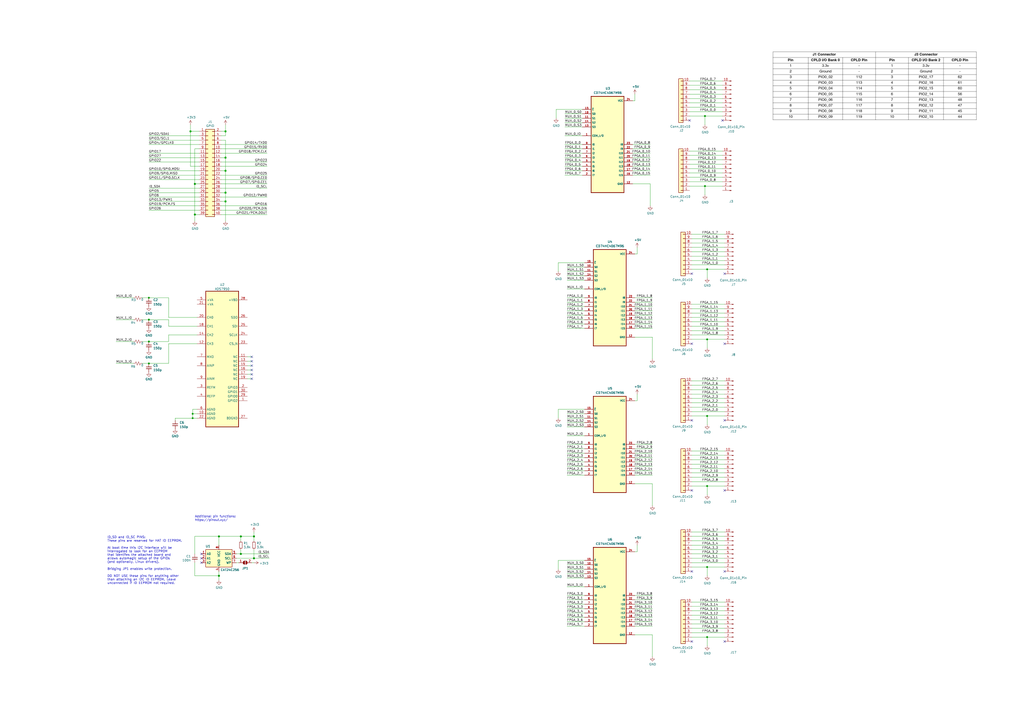
<source format=kicad_sch>
(kicad_sch (version 20231120) (generator "eeschema") (generator_version "8.0")
  (paper "A2")
  (title_block (date "15 nov 2012"))
  (junction (at 410.21 241.3))
  (junction (at 111.76 240.03))
  (junction (at 139.7 321.31) (diameter 1.016))
  (junction (at 410.21 328.93))
  (junction (at 130.81 76.2) (diameter 1.016))
  (junction (at 127 334.01) (diameter 1.016))
  (junction (at 86.36 185.42))
  (junction (at 130.81 91.44) (diameter 1.016))
  (junction (at 127 311.15) (diameter 1.016))
  (junction (at 86.36 172.72))
  (junction (at 147.32 311.15) (diameter 1.016))
  (junction (at 410.21 369.57))
  (junction (at 408.94 67.31))
  (junction (at 113.03 124.46) (diameter 1.016))
  (junction (at 113.03 106.68) (diameter 1.016))
  (junction (at 408.94 107.95))
  (junction (at 130.81 116.84) (diameter 1.016))
  (junction (at 111.76 242.57))
  (junction (at 130.81 111.76) (diameter 1.016))
  (junction (at 86.36 198.12))
  (junction (at 410.21 281.94))
  (junction (at 130.81 99.06) (diameter 1.016))
  (junction (at 147.32 323.85) (diameter 1.016))
  (junction (at 410.21 156.21))
  (junction (at 86.36 210.82))
  (junction (at 410.21 196.85))
  (junction (at 110.49 76.2) (diameter 1.016))
  (junction (at 139.7 311.15) (diameter 1.016))
  (no_connect (at 116.84 321.31))
  (no_connect (at 116.84 323.85))
  (no_connect (at 116.84 326.39))
  (no_connect (at 146.05 217.17))
  (no_connect (at 146.05 214.63))
  (no_connect (at 401.32 199.39))
  (no_connect (at 420.37 158.75))
  (no_connect (at 420.37 331.47))
  (no_connect (at 401.32 284.48))
  (no_connect (at 400.05 69.85))
  (no_connect (at 401.32 243.84))
  (no_connect (at 420.37 199.39))
  (no_connect (at 146.05 219.71))
  (no_connect (at 146.05 207.01))
  (no_connect (at 146.05 209.55))
  (no_connect (at 146.05 212.09))
  (no_connect (at 401.32 158.75))
  (no_connect (at 420.37 284.48))
  (no_connect (at 401.32 372.11))
  (no_connect (at 419.1 69.85))
  (no_connect (at 420.37 243.84))
  (no_connect (at 420.37 372.11))
  (no_connect (at 401.32 331.47))
  (wire (pts (xy 420.37 356.87) (xy 401.32 356.87)))
  (wire (pts (xy 113.03 106.68) (xy 113.03 124.46)))
  (wire (pts (xy 128.27 106.68) (xy 154.94 106.68)))
  (wire (pts (xy 328.93 353.06) (xy 339.09 353.06)))
  (wire (pts (xy 328.93 345.44) (xy 339.09 345.44)))
  (wire (pts (xy 115.57 88.9) (xy 86.36 88.9)))
  (wire (pts (xy 127 311.15) (xy 139.7 311.15)))
  (wire (pts (xy 147.32 311.15) (xy 139.7 311.15)))
  (wire (pts (xy 147.32 313.69) (xy 147.32 311.15)))
  (wire (pts (xy 377.19 99.06) (xy 367.03 99.06)))
  (wire (pts (xy 400.05 67.31) (xy 408.94 67.31)))
  (wire (pts (xy 401.32 156.21) (xy 410.21 156.21)))
  (wire (pts (xy 114.3 240.03) (xy 111.76 240.03)))
  (wire (pts (xy 419.1 92.71) (xy 400.05 92.71)))
  (wire (pts (xy 130.81 81.28) (xy 130.81 91.44)))
  (wire (pts (xy 130.81 99.06) (xy 128.27 99.06)))
  (wire (pts (xy 420.37 276.86) (xy 401.32 276.86)))
  (wire (pts (xy 420.37 176.53) (xy 401.32 176.53)))
  (wire (pts (xy 86.36 185.42) (xy 97.79 185.42)))
  (wire (pts (xy 378.46 262.89) (xy 368.3 262.89)))
  (wire (pts (xy 97.79 172.72) (xy 97.79 184.15)))
  (wire (pts (xy 328.93 330.2) (xy 339.09 330.2)))
  (wire (pts (xy 328.93 335.28) (xy 339.09 335.28)))
  (wire (pts (xy 67.31 172.72) (xy 77.47 172.72)))
  (wire (pts (xy 97.79 194.31) (xy 114.3 194.31)))
  (wire (pts (xy 130.81 111.76) (xy 130.81 116.84)))
  (wire (pts (xy 378.46 353.06) (xy 368.3 353.06)))
  (wire (pts (xy 323.85 330.2) (xy 323.85 325.12)))
  (wire (pts (xy 419.1 97.79) (xy 400.05 97.79)))
  (wire (pts (xy 67.31 185.42) (xy 77.47 185.42)))
  (wire (pts (xy 420.37 223.52) (xy 401.32 223.52)))
  (wire (pts (xy 146.05 217.17) (xy 143.51 217.17)))
  (wire (pts (xy 82.55 185.42) (xy 86.36 185.42)))
  (wire (pts (xy 327.66 96.52) (xy 337.82 96.52)))
  (wire (pts (xy 328.93 162.56) (xy 339.09 162.56)))
  (wire (pts (xy 420.37 367.03) (xy 401.32 367.03)))
  (wire (pts (xy 130.81 99.06) (xy 130.81 111.76)))
  (wire (pts (xy 378.46 350.52) (xy 368.3 350.52)))
  (wire (pts (xy 419.1 59.69) (xy 400.05 59.69)))
  (wire (pts (xy 378.46 368.3) (xy 368.3 368.3)))
  (wire (pts (xy 128.27 83.82) (xy 154.94 83.82)))
  (wire (pts (xy 420.37 153.67) (xy 401.32 153.67)))
  (wire (pts (xy 420.37 226.06) (xy 401.32 226.06)))
  (wire (pts (xy 113.03 86.36) (xy 113.03 106.68)))
  (wire (pts (xy 408.94 67.31) (xy 419.1 67.31)))
  (wire (pts (xy 137.16 321.31) (xy 139.7 321.31)))
  (wire (pts (xy 139.7 321.31) (xy 156.21 321.31)))
  (wire (pts (xy 420.37 316.23) (xy 401.32 316.23)))
  (wire (pts (xy 378.46 257.81) (xy 368.3 257.81)))
  (wire (pts (xy 328.93 363.22) (xy 339.09 363.22)))
  (wire (pts (xy 323.85 157.48) (xy 323.85 152.4)))
  (wire (pts (xy 113.03 86.36) (xy 115.57 86.36)))
  (wire (pts (xy 137.16 326.39) (xy 138.43 326.39)))
  (wire (pts (xy 146.05 326.39) (xy 147.32 326.39)))
  (wire (pts (xy 114.3 237.49) (xy 111.76 237.49)))
  (wire (pts (xy 128.27 104.14) (xy 154.94 104.14)))
  (wire (pts (xy 377.19 101.6) (xy 367.03 101.6)))
  (wire (pts (xy 146.05 209.55) (xy 143.51 209.55)))
  (wire (pts (xy 115.57 109.22) (xy 86.36 109.22)))
  (wire (pts (xy 328.93 350.52) (xy 339.09 350.52)))
  (wire (pts (xy 328.93 177.8) (xy 339.09 177.8)))
  (wire (pts (xy 327.66 73.66) (xy 337.82 73.66)))
  (wire (pts (xy 86.36 111.76) (xy 115.57 111.76)))
  (wire (pts (xy 420.37 311.15) (xy 401.32 311.15)))
  (wire (pts (xy 378.46 187.96) (xy 368.3 187.96)))
  (wire (pts (xy 401.32 196.85) (xy 410.21 196.85)))
  (wire (pts (xy 328.93 172.72) (xy 339.09 172.72)))
  (wire (pts (xy 327.66 68.58) (xy 337.82 68.58)))
  (wire (pts (xy 328.93 190.5) (xy 339.09 190.5)))
  (wire (pts (xy 408.94 113.03) (xy 408.94 107.95)))
  (wire (pts (xy 328.93 245.11) (xy 339.09 245.11)))
  (wire (pts (xy 328.93 340.36) (xy 339.09 340.36)))
  (wire (pts (xy 378.46 260.35) (xy 368.3 260.35)))
  (wire (pts (xy 377.19 93.98) (xy 367.03 93.98)))
  (wire (pts (xy 410.21 196.85) (xy 420.37 196.85)))
  (wire (pts (xy 420.37 184.15) (xy 401.32 184.15)))
  (wire (pts (xy 113.03 106.68) (xy 115.57 106.68)))
  (wire (pts (xy 147.32 308.61) (xy 147.32 311.15)))
  (wire (pts (xy 378.46 347.98) (xy 368.3 347.98)))
  (wire (pts (xy 111.76 237.49) (xy 111.76 240.03)))
  (wire (pts (xy 327.66 83.82) (xy 337.82 83.82)))
  (wire (pts (xy 420.37 308.61) (xy 401.32 308.61)))
  (wire (pts (xy 377.19 96.52) (xy 367.03 96.52)))
  (wire (pts (xy 419.1 62.23) (xy 400.05 62.23)))
  (wire (pts (xy 328.93 265.43) (xy 339.09 265.43)))
  (wire (pts (xy 328.93 252.73) (xy 339.09 252.73)))
  (wire (pts (xy 128.27 93.98) (xy 154.94 93.98)))
  (wire (pts (xy 127 311.15) (xy 127 316.23)))
  (wire (pts (xy 111.76 240.03) (xy 111.76 242.57)))
  (wire (pts (xy 377.19 106.68) (xy 367.03 106.68)))
  (wire (pts (xy 420.37 351.79) (xy 401.32 351.79)))
  (wire (pts (xy 327.66 93.98) (xy 337.82 93.98)))
  (wire (pts (xy 97.79 189.23) (xy 114.3 189.23)))
  (wire (pts (xy 378.46 267.97) (xy 368.3 267.97)))
  (wire (pts (xy 327.66 86.36) (xy 337.82 86.36)))
  (wire (pts (xy 101.6 243.84) (xy 101.6 242.57)))
  (wire (pts (xy 128.27 124.46) (xy 154.94 124.46)))
  (wire (pts (xy 113.03 124.46) (xy 113.03 128.27)))
  (wire (pts (xy 400.05 107.95) (xy 408.94 107.95)))
  (wire (pts (xy 86.36 91.44) (xy 115.57 91.44)))
  (wire (pts (xy 147.32 318.77) (xy 147.32 323.85)))
  (wire (pts (xy 420.37 233.68) (xy 401.32 233.68)))
  (wire (pts (xy 110.49 72.39) (xy 110.49 76.2)))
  (wire (pts (xy 420.37 181.61) (xy 401.32 181.61)))
  (wire (pts (xy 328.93 360.68) (xy 339.09 360.68)))
  (wire (pts (xy 328.93 257.81) (xy 339.09 257.81)))
  (wire (pts (xy 97.79 198.12) (xy 97.79 194.31)))
  (wire (pts (xy 378.46 265.43) (xy 368.3 265.43)))
  (wire (pts (xy 410.21 201.93) (xy 410.21 196.85)))
  (wire (pts (xy 420.37 236.22) (xy 401.32 236.22)))
  (wire (pts (xy 328.93 270.51) (xy 339.09 270.51)))
  (wire (pts (xy 328.93 275.59) (xy 339.09 275.59)))
  (wire (pts (xy 328.93 247.65) (xy 339.09 247.65)))
  (wire (pts (xy 420.37 143.51) (xy 401.32 143.51)))
  (wire (pts (xy 130.81 116.84) (xy 128.27 116.84)))
  (wire (pts (xy 420.37 271.78) (xy 401.32 271.78)))
  (wire (pts (xy 378.46 185.42) (xy 368.3 185.42)))
  (wire (pts (xy 419.1 49.53) (xy 400.05 49.53)))
  (wire (pts (xy 420.37 191.77) (xy 401.32 191.77)))
  (wire (pts (xy 322.58 63.5) (xy 337.82 63.5)))
  (wire (pts (xy 419.1 87.63) (xy 400.05 87.63)))
  (wire (pts (xy 86.36 81.28) (xy 115.57 81.28)))
  (wire (pts (xy 419.1 105.41) (xy 400.05 105.41)))
  (wire (pts (xy 410.21 287.02) (xy 410.21 281.94)))
  (wire (pts (xy 419.1 64.77) (xy 400.05 64.77)))
  (wire (pts (xy 328.93 327.66) (xy 339.09 327.66)))
  (wire (pts (xy 410.21 374.65) (xy 410.21 369.57)))
  (wire (pts (xy 328.93 160.02) (xy 339.09 160.02)))
  (wire (pts (xy 328.93 157.48) (xy 339.09 157.48)))
  (wire (pts (xy 410.21 369.57) (xy 420.37 369.57)))
  (wire (pts (xy 369.57 228.6) (xy 369.57 232.41)))
  (wire (pts (xy 420.37 326.39) (xy 401.32 326.39)))
  (wire (pts (xy 420.37 274.32) (xy 401.32 274.32)))
  (wire (pts (xy 86.36 104.14) (xy 115.57 104.14)))
  (wire (pts (xy 323.85 152.4) (xy 339.09 152.4)))
  (wire (pts (xy 420.37 266.7) (xy 401.32 266.7)))
  (wire (pts (xy 86.36 172.72) (xy 97.79 172.72)))
  (wire (pts (xy 328.93 267.97) (xy 339.09 267.97)))
  (wire (pts (xy 110.49 96.52) (xy 115.57 96.52)))
  (wire (pts (xy 378.46 182.88) (xy 368.3 182.88)))
  (wire (pts (xy 115.57 78.74) (xy 86.36 78.74)))
  (wire (pts (xy 86.36 210.82) (xy 97.79 210.82)))
  (wire (pts (xy 130.81 76.2) (xy 130.81 78.74)))
  (wire (pts (xy 327.66 101.6) (xy 337.82 101.6)))
  (wire (pts (xy 146.05 212.09) (xy 143.51 212.09)))
  (wire (pts (xy 420.37 151.13) (xy 401.32 151.13)))
  (wire (pts (xy 378.46 345.44) (xy 368.3 345.44)))
  (wire (pts (xy 378.46 275.59) (xy 368.3 275.59)))
  (wire (pts (xy 101.6 242.57) (xy 111.76 242.57)))
  (wire (pts (xy 419.1 100.33) (xy 400.05 100.33)))
  (wire (pts (xy 130.81 91.44) (xy 130.81 99.06)))
  (wire (pts (xy 128.27 88.9) (xy 154.94 88.9)))
  (wire (pts (xy 420.37 279.4) (xy 401.32 279.4)))
  (wire (pts (xy 130.81 91.44) (xy 128.27 91.44)))
  (wire (pts (xy 420.37 135.89) (xy 401.32 135.89)))
  (wire (pts (xy 420.37 359.41) (xy 401.32 359.41)))
  (wire (pts (xy 82.55 210.82) (xy 86.36 210.82)))
  (wire (pts (xy 377.19 106.68) (xy 377.19 119.38)))
  (wire (pts (xy 130.81 72.39) (xy 130.81 76.2)))
  (wire (pts (xy 419.1 52.07) (xy 400.05 52.07)))
  (wire (pts (xy 328.93 154.94) (xy 339.09 154.94)))
  (wire (pts (xy 67.31 198.12) (xy 77.47 198.12)))
  (wire (pts (xy 378.46 280.67) (xy 378.46 293.37)))
  (wire (pts (xy 369.57 316.23) (xy 369.57 320.04)))
  (wire (pts (xy 86.36 83.82) (xy 115.57 83.82)))
  (wire (pts (xy 420.37 261.62) (xy 401.32 261.62)))
  (wire (pts (xy 139.7 311.15) (xy 139.7 313.69)))
  (wire (pts (xy 419.1 57.15) (xy 400.05 57.15)))
  (wire (pts (xy 328.93 347.98) (xy 339.09 347.98)))
  (wire (pts (xy 328.93 182.88) (xy 339.09 182.88)))
  (wire (pts (xy 130.81 76.2) (xy 128.27 76.2)))
  (wire (pts (xy 110.49 76.2) (xy 110.49 96.52)))
  (wire (pts (xy 128.27 96.52) (xy 154.94 96.52)))
  (wire (pts (xy 369.57 232.41) (xy 368.3 232.41)))
  (wire (pts (xy 328.93 358.14) (xy 339.09 358.14)))
  (wire (pts (xy 128.27 86.36) (xy 154.94 86.36)))
  (wire (pts (xy 419.1 95.25) (xy 400.05 95.25)))
  (wire (pts (xy 82.55 198.12) (xy 86.36 198.12)))
  (wire (pts (xy 420.37 364.49) (xy 401.32 364.49)))
  (wire (pts (xy 420.37 321.31) (xy 401.32 321.31)))
  (wire (pts (xy 368.3 58.42) (xy 367.03 58.42)))
  (wire (pts (xy 139.7 318.77) (xy 139.7 321.31)))
  (wire (pts (xy 378.46 368.3) (xy 378.46 381)))
  (wire (pts (xy 369.57 147.32) (xy 368.3 147.32)))
  (wire (pts (xy 378.46 273.05) (xy 368.3 273.05)))
  (wire (pts (xy 137.16 323.85) (xy 147.32 323.85)))
  (wire (pts (xy 147.32 323.85) (xy 156.21 323.85)))
  (wire (pts (xy 146.05 214.63) (xy 143.51 214.63)))
  (wire (pts (xy 368.3 54.61) (xy 368.3 58.42)))
  (wire (pts (xy 410.21 334.01) (xy 410.21 328.93)))
  (wire (pts (xy 86.36 93.98) (xy 115.57 93.98)))
  (wire (pts (xy 420.37 228.6) (xy 401.32 228.6)))
  (wire (pts (xy 86.36 101.6) (xy 115.57 101.6)))
  (wire (pts (xy 419.1 102.87) (xy 400.05 102.87)))
  (wire (pts (xy 378.46 195.58) (xy 368.3 195.58)))
  (wire (pts (xy 328.93 240.03) (xy 339.09 240.03)))
  (wire (pts (xy 401.32 328.93) (xy 410.21 328.93)))
  (wire (pts (xy 328.93 332.74) (xy 339.09 332.74)))
  (wire (pts (xy 410.21 246.38) (xy 410.21 241.3)))
  (wire (pts (xy 408.94 72.39) (xy 408.94 67.31)))
  (wire (pts (xy 378.46 360.68) (xy 368.3 360.68)))
  (wire (pts (xy 327.66 78.74) (xy 337.82 78.74)))
  (wire (pts (xy 369.57 320.04) (xy 368.3 320.04)))
  (wire (pts (xy 378.46 280.67) (xy 368.3 280.67)))
  (wire (pts (xy 328.93 180.34) (xy 339.09 180.34)))
  (wire (pts (xy 86.36 198.12) (xy 97.79 198.12)))
  (wire (pts (xy 323.85 242.57) (xy 323.85 237.49)))
  (wire (pts (xy 419.1 90.17) (xy 400.05 90.17)))
  (wire (pts (xy 328.93 167.64) (xy 339.09 167.64)))
  (wire (pts (xy 378.46 363.22) (xy 368.3 363.22)))
  (wire (pts (xy 378.46 270.51) (xy 368.3 270.51)))
  (wire (pts (xy 410.21 241.3) (xy 420.37 241.3)))
  (wire (pts (xy 86.36 114.3) (xy 115.57 114.3)))
  (wire (pts (xy 328.93 273.05) (xy 339.09 273.05)))
  (wire (pts (xy 130.81 78.74) (xy 128.27 78.74)))
  (wire (pts (xy 377.19 83.82) (xy 367.03 83.82)))
  (wire (pts (xy 111.76 242.57) (xy 114.3 242.57)))
  (wire (pts (xy 420.37 231.14) (xy 401.32 231.14)))
  (wire (pts (xy 378.46 358.14) (xy 368.3 358.14)))
  (wire (pts (xy 410.21 281.94) (xy 420.37 281.94)))
  (wire (pts (xy 86.36 119.38) (xy 115.57 119.38)))
  (wire (pts (xy 401.32 281.94) (xy 410.21 281.94)))
  (wire (pts (xy 378.46 175.26) (xy 368.3 175.26)))
  (wire (pts (xy 420.37 189.23) (xy 401.32 189.23)))
  (wire (pts (xy 128.27 119.38) (xy 154.94 119.38)))
  (wire (pts (xy 410.21 161.29) (xy 410.21 156.21)))
  (wire (pts (xy 377.19 88.9) (xy 367.03 88.9)))
  (wire (pts (xy 419.1 46.99) (xy 400.05 46.99)))
  (wire (pts (xy 420.37 138.43) (xy 401.32 138.43)))
  (wire (pts (xy 128.27 114.3) (xy 154.94 114.3)))
  (wire (pts (xy 327.66 66.04) (xy 337.82 66.04)))
  (wire (pts (xy 113.03 124.46) (xy 115.57 124.46)))
  (wire (pts (xy 328.93 355.6) (xy 339.09 355.6)))
  (wire (pts (xy 369.57 143.51) (xy 369.57 147.32)))
  (wire (pts (xy 420.37 148.59) (xy 401.32 148.59)))
  (wire (pts (xy 327.66 99.06) (xy 337.82 99.06)))
  (wire (pts (xy 410.21 328.93) (xy 420.37 328.93)))
  (wire (pts (xy 128.27 121.92) (xy 154.94 121.92)))
  (wire (pts (xy 130.81 81.28) (xy 128.27 81.28)))
  (wire (pts (xy 86.36 121.92) (xy 115.57 121.92)))
  (wire (pts (xy 420.37 269.24) (xy 401.32 269.24)))
  (wire (pts (xy 420.37 349.25) (xy 401.32 349.25)))
  (wire (pts (xy 377.19 86.36) (xy 367.03 86.36)))
  (wire (pts (xy 328.93 262.89) (xy 339.09 262.89)))
  (wire (pts (xy 420.37 186.69) (xy 401.32 186.69)))
  (wire (pts (xy 410.21 156.21) (xy 420.37 156.21)))
  (wire (pts (xy 378.46 177.8) (xy 368.3 177.8)))
  (wire (pts (xy 97.79 199.39) (xy 114.3 199.39)))
  (wire (pts (xy 378.46 195.58) (xy 378.46 208.28)))
  (wire (pts (xy 420.37 361.95) (xy 401.32 361.95)))
  (wire (pts (xy 97.79 210.82) (xy 97.79 199.39)))
  (wire (pts (xy 328.93 175.26) (xy 339.09 175.26)))
  (wire (pts (xy 420.37 179.07) (xy 401.32 179.07)))
  (wire (pts (xy 113.03 311.15) (xy 113.03 321.31)))
  (wire (pts (xy 113.03 326.39) (xy 113.03 334.01)))
  (wire (pts (xy 113.03 334.01) (xy 127 334.01)))
  (wire (pts (xy 127 311.15) (xy 113.03 311.15)))
  (wire (pts (xy 377.19 91.44) (xy 367.03 91.44)))
  (wire (pts (xy 420.37 313.69) (xy 401.32 313.69)))
  (wire (pts (xy 127 331.47) (xy 127 334.01)))
  (wire (pts (xy 127 334.01) (xy 127 336.55)))
  (wire (pts (xy 420.37 220.98) (xy 401.32 220.98)))
  (wire (pts (xy 420.37 146.05) (xy 401.32 146.05)))
  (wire (pts (xy 401.32 241.3) (xy 410.21 241.3)))
  (wire (pts (xy 82.55 172.72) (xy 86.36 172.72)))
  (wire (pts (xy 378.46 180.34) (xy 368.3 180.34)))
  (wire (pts (xy 97.79 185.42) (xy 97.79 189.23)))
  (wire (pts (xy 130.81 116.84) (xy 130.81 128.27)))
  (wire (pts (xy 323.85 325.12) (xy 339.09 325.12)))
  (wire (pts (xy 128.27 101.6) (xy 154.94 101.6)))
  (wire (pts (xy 115.57 116.84) (xy 86.36 116.84)))
  (wire (pts (xy 420.37 264.16) (xy 401.32 264.16)))
  (wire (pts (xy 328.93 185.42) (xy 339.09 185.42)))
  (wire (pts (xy 67.31 210.82) (xy 77.47 210.82)))
  (wire (pts (xy 322.58 68.58) (xy 322.58 63.5)))
  (wire (pts (xy 420.37 194.31) (xy 401.32 194.31)))
  (wire (pts (xy 401.32 369.57) (xy 410.21 369.57)))
  (wire (pts (xy 146.05 207.01) (xy 143.51 207.01)))
  (wire (pts (xy 327.66 88.9) (xy 337.82 88.9)))
  (wire (pts (xy 378.46 355.6) (xy 368.3 355.6)))
  (wire (pts (xy 328.93 242.57) (xy 339.09 242.57)))
  (wire (pts (xy 328.93 260.35) (xy 339.09 260.35)))
  (wire (pts (xy 130.81 111.76) (xy 128.27 111.76)))
  (wire (pts (xy 327.66 91.44) (xy 337.82 91.44)))
  (wire (pts (xy 327.66 71.12) (xy 337.82 71.12)))
  (wire (pts (xy 110.49 76.2) (xy 115.57 76.2)))
  (wire (pts (xy 420.37 238.76) (xy 401.32 238.76)))
  (wire (pts (xy 408.94 107.95) (xy 419.1 107.95)))
  (wire (pts (xy 419.1 54.61) (xy 400.05 54.61)))
  (wire (pts (xy 420.37 323.85) (xy 401.32 323.85)))
  (wire (pts (xy 323.85 237.49) (xy 339.09 237.49)))
  (wire (pts (xy 378.46 172.72) (xy 368.3 172.72)))
  (wire (pts (xy 328.93 187.96) (xy 339.09 187.96)))
  (wire (pts (xy 420.37 140.97) (xy 401.32 140.97)))
  (wire (pts (xy 420.37 318.77) (xy 401.32 318.77)))
  (wire (pts (xy 378.46 190.5) (xy 368.3 190.5)))
  (wire (pts (xy 97.79 184.15) (xy 114.3 184.15)))
  (wire (pts (xy 420.37 354.33) (xy 401.32 354.33)))
  (wire (pts (xy 115.57 99.06) (xy 86.36 99.06)))
  (wire (pts (xy 128.27 109.22) (xy 154.94 109.22)))
  (wire (pts (xy 146.05 219.71) (xy 143.51 219.71)))
  (image (at 508 50.165) (scale 0.465576))
  (text "Additional pin functions:\nhttps://pinout.xyz/" (at 113.03 302.514 0) (effects (font (size 1.27 1.27)) (justify left bottom)))
  (text "ID_SD and ID_SC PINS:\nThese pins are reserved for HAT ID EEPROM.\n\nAt boot time this I2C interface will be\ninterrogated to look for an EEPROM\nthat identifes the attached board and\nallows automagic setup of the GPIOs\n(and optionally, Linux drivers).\n\nBridging JP1 enables write protection.\n\nDO NOT USE these pins for anything other\nthan attaching an I2C ID EEPROM. Leave\nunconnected if ID EEPROM not required." (at 62.23 339.09 0) (effects (font (size 1.27 1.27)) (justify left bottom)))
  (label "FPGA_1_15" (at 416.56 176.53 180))
  (label "FPGA_3_12" (at 416.56 356.87 180))
  (label "FPGA_2_1" (at 328.93 260.35 0))
  (label "FPGA_1_11" (at 416.56 186.69 180))
  (label "MUX_3_S0" (at 328.93 327.66 0))
  (label "FPGA_3_13" (at 378.46 358.14 180))
  (label "ID_SDA" (at 86.36 109.22 0))
  (label "GPIO6" (at 86.36 114.3 0))
  (label "FPGA_1_2" (at 328.93 177.8 0))
  (label "FPGA_0_4" (at 415.29 54.61 180))
  (label "FPGA_2_9" (at 416.56 276.86 180))
  (label "FPGA_1_14" (at 416.56 179.07 180))
  (label "FPGA_0_5" (at 415.29 52.07 180))
  (label "FPGA_3_6" (at 328.93 360.68 0))
  (label "ID_SDA" (at 156.21 321.31 180))
  (label "FPGA_1_7" (at 416.56 135.89 180))
  (label "FPGA_2_14" (at 378.46 273.05 180))
  (label "FPGA_1_8" (at 416.56 194.31 180))
  (label "FPGA_3_7" (at 416.56 308.61 180))
  (label "FPGA_2_8" (at 416.56 279.4 180))
  (label "FPGA_2_6" (at 416.56 223.52 180))
  (label "FPGA_2_9" (at 378.46 260.35 180))
  (label "FPGA_2_0" (at 416.56 238.76 180))
  (label "FPGA_3_9" (at 416.56 364.49 180))
  (label "ID_SCL" (at 154.94 109.22 180))
  (label "FPGA_1_4" (at 328.93 182.88 0))
  (label "GPIO5" (at 86.36 111.76 0))
  (label "FPGA_2_7" (at 416.56 220.98 180))
  (label "FPGA_0_11" (at 415.29 97.79 180))
  (label "FPGA_3_6" (at 416.56 311.15 180))
  (label "FPGA_1_14" (at 378.46 187.96 180))
  (label "MUX_0_IO" (at 67.31 172.72 0))
  (label "MUX_2_S3" (at 328.93 247.65 0))
  (label "GPIO21{slash}PCM.DOUT" (at 154.94 124.46 180))
  (label "GPIO19{slash}PCM.FS" (at 86.36 119.38 0))
  (label "GPIO10{slash}SPI0.MOSI" (at 86.36 99.06 0))
  (label "FPGA_2_13" (at 378.46 270.51 180))
  (label "GPIO9{slash}SPI0.MISO" (at 86.36 101.6 0))
  (label "FPGA_1_3" (at 416.56 146.05 180))
  (label "FPGA_2_3" (at 416.56 231.14 180))
  (label "FPGA_2_7" (at 328.93 275.59 0))
  (label "FPGA_1_5" (at 328.93 185.42 0))
  (label "FPGA_3_14" (at 416.56 351.79 180))
  (label "MUX_1_S0" (at 328.93 154.94 0))
  (label "MUX_0_S2" (at 327.66 71.12 0))
  (label "GPIO23" (at 154.94 93.98 180))
  (label "FPGA_1_0" (at 328.93 172.72 0))
  (label "MUX_1_S2" (at 328.93 160.02 0))
  (label "MUX_0_S0" (at 327.66 66.04 0))
  (label "FPGA_2_15" (at 416.56 261.62 180))
  (label "FPGA_1_1" (at 328.93 175.26 0))
  (label "FPGA_1_12" (at 378.46 182.88 180))
  (label "MUX_2_IO" (at 67.31 198.12 0))
  (label "FPGA_1_6" (at 416.56 138.43 180))
  (label "FPGA_1_3" (at 328.93 180.34 0))
  (label "GPIO4{slash}GPCLK0" (at 86.36 83.82 0))
  (label "FPGA_1_9" (at 378.46 175.26 180))
  (label "FPGA_2_8" (at 378.46 257.81 180))
  (label "GPIO27" (at 86.36 91.44 0))
  (label "MUX_1_IO" (at 67.31 185.42 0))
  (label "MUX_2_S2" (at 328.93 245.11 0))
  (label "FPGA_0_3" (at 327.66 91.44 0))
  (label "FPGA_0_1" (at 415.29 62.23 180))
  (label "FPGA_1_12" (at 416.56 184.15 180))
  (label "FPGA_1_8" (at 378.46 172.72 180))
  (label "GPIO26" (at 86.36 121.92 0))
  (label "FPGA_0_15" (at 415.29 87.63 180))
  (label "GPIO14{slash}TXD0" (at 154.94 83.82 180))
  (label "FPGA_2_5" (at 328.93 270.51 0))
  (label "FPGA_2_12" (at 378.46 267.97 180))
  (label "GPIO8{slash}SPI0.CE0" (at 154.94 104.14 180))
  (label "GPIO15{slash}RXD0" (at 154.94 86.36 180))
  (label "FPGA_2_2" (at 328.93 262.89 0))
  (label "FPGA_2_6" (at 328.93 273.05 0))
  (label "FPGA_1_7" (at 328.93 190.5 0))
  (label "GPIO16" (at 154.94 119.38 180))
  (label "FPGA_1_10" (at 416.56 189.23 180))
  (label "FPGA_2_1" (at 416.56 236.22 180))
  (label "FPGA_3_3" (at 328.93 353.06 0))
  (label "FPGA_1_9" (at 416.56 191.77 180))
  (label "FPGA_0_5" (at 327.66 96.52 0))
  (label "FPGA_0_8" (at 377.19 83.82 180))
  (label "FPGA_3_5" (at 328.93 358.14 0))
  (label "FPGA_3_10" (at 416.56 361.95 180))
  (label "MUX_2_S0" (at 328.93 240.03 0))
  (label "MUX_3_IO" (at 328.93 340.36 0))
  (label "FPGA_2_14" (at 416.56 264.16 180))
  (label "FPGA_0_14" (at 377.19 99.06 180))
  (label "FPGA_3_14" (at 378.46 360.68 180))
  (label "FPGA_2_0" (at 328.93 257.81 0))
  (label "FPGA_0_12" (at 377.19 93.98 180))
  (label "FPGA_0_8" (at 415.29 105.41 180))
  (label "GPIO22" (at 86.36 93.98 0))
  (label "MUX_0_S3" (at 327.66 73.66 0))
  (label "FPGA_3_1" (at 328.93 347.98 0))
  (label "FPGA_0_0" (at 327.66 83.82 0))
  (label "GPIO2{slash}SDA1" (at 86.36 78.74 0))
  (label "FPGA_1_6" (at 328.93 187.96 0))
  (label "FPGA_0_6" (at 327.66 99.06 0))
  (label "FPGA_0_9" (at 377.19 86.36 180))
  (label "FPGA_0_6" (at 415.29 49.53 180))
  (label "GPIO17" (at 86.36 88.9 0))
  (label "FPGA_3_2" (at 328.93 350.52 0))
  (label "FPGA_3_0" (at 328.93 345.44 0))
  (label "FPGA_1_0" (at 416.56 153.67 180))
  (label "GPIO25" (at 154.94 101.6 180))
  (label "FPGA_0_2" (at 327.66 88.9 0))
  (label "FPGA_1_4" (at 416.56 143.51 180))
  (label "FPGA_0_13" (at 415.29 92.71 180))
  (label "FPGA_2_11" (at 416.56 271.78 180))
  (label "GPIO3{slash}SCL1" (at 86.36 81.28 0))
  (label "FPGA_3_9" (at 378.46 347.98 180))
  (label "GPIO18{slash}PCM.CLK" (at 154.94 88.9 180))
  (label "FPGA_0_10" (at 415.29 100.33 180))
  (label "FPGA_2_5" (at 416.56 226.06 180))
  (label "GPIO12{slash}PWM0" (at 154.94 114.3 180))
  (label "FPGA_1_5" (at 416.56 140.97 180))
  (label "MUX_2_S1" (at 328.93 242.57 0))
  (label "FPGA_3_15" (at 416.56 349.25 180))
  (label "FPGA_0_10" (at 377.19 88.9 180))
  (label "FPGA_3_1" (at 416.56 323.85 180))
  (label "GPIO13{slash}PWM1" (at 86.36 116.84 0))
  (label "FPGA_2_4" (at 328.93 267.97 0))
  (label "MUX_0_IO" (at 327.66 78.74 0))
  (label "FPGA_2_10" (at 378.46 262.89 180))
  (label "FPGA_0_7" (at 327.66 101.6 0))
  (label "FPGA_2_10" (at 416.56 274.32 180))
  (label "GPIO20{slash}PCM.DIN" (at 154.94 121.92 180))
  (label "FPGA_0_11" (at 377.19 91.44 180))
  (label "FPGA_1_10" (at 378.46 177.8 180))
  (label "GPIO24" (at 154.94 96.52 180))
  (label "FPGA_1_11" (at 378.46 180.34 180))
  (label "FPGA_0_7" (at 415.29 46.99 180))
  (label "FPGA_3_4" (at 416.56 316.23 180))
  (label "FPGA_3_12" (at 378.46 355.6 180))
  (label "MUX_1_S3" (at 328.93 162.56 0))
  (label "FPGA_0_4" (at 327.66 93.98 0))
  (label "MUX_1_IO" (at 328.93 167.64 0))
  (label "FPGA_0_2" (at 415.29 59.69 180))
  (label "FPGA_2_11" (at 378.46 265.43 180))
  (label "FPGA_3_15" (at 378.46 363.22 180))
  (label "GPIO7{slash}SPI0.CE1" (at 154.94 106.68 180))
  (label "FPGA_3_2" (at 416.56 321.31 180))
  (label "FPGA_0_14" (at 415.29 90.17 180))
  (label "FPGA_1_13" (at 378.46 185.42 180))
  (label "FPGA_3_11" (at 416.56 359.41 180))
  (label "FPGA_0_13" (at 377.19 96.52 180))
  (label "MUX_0_S1" (at 327.66 68.58 0))
  (label "FPGA_2_4" (at 416.56 228.6 180))
  (label "FPGA_1_2" (at 416.56 148.59 180))
  (label "FPGA_2_15" (at 378.46 275.59 180))
  (label "MUX_1_S1" (at 328.93 157.48 0))
  (label "FPGA_2_3" (at 328.93 265.43 0))
  (label "FPGA_0_3" (at 415.29 57.15 180))
  (label "ID_SCL" (at 156.21 323.85 180))
  (label "FPGA_0_1" (at 327.66 86.36 0))
  (label "FPGA_3_5" (at 416.56 313.69 180))
  (label "FPGA_0_15" (at 377.19 101.6 180))
  (label "FPGA_0_12" (at 415.29 95.25 180))
  (label "FPGA_3_0" (at 416.56 326.39 180))
  (label "FPGA_2_12" (at 416.56 269.24 180))
  (label "FPGA_2_2" (at 416.56 233.68 180))
  (label "MUX_3_S3" (at 328.93 335.28 0))
  (label "FPGA_1_13" (at 416.56 181.61 180))
  (label "MUX_3_S2" (at 328.93 332.74 0))
  (label "MUX_3_IO" (at 67.31 210.82 0))
  (label "FPGA_0_0" (at 415.29 64.77 180))
  (label "FPGA_2_13" (at 416.56 266.7 180))
  (label "MUX_2_IO" (at 328.93 252.73 0))
  (label "FPGA_0_9" (at 415.29 102.87 180))
  (label "FPGA_3_4" (at 328.93 355.6 0))
  (label "FPGA_3_13" (at 416.56 354.33 180))
  (label "FPGA_3_10" (at 378.46 350.52 180))
  (label "GPIO11{slash}SPI0.SCLK" (at 86.36 104.14 0))
  (label "FPGA_3_8" (at 378.46 345.44 180))
  (label "FPGA_1_15" (at 378.46 190.5 180))
  (label "FPGA_3_7" (at 328.93 363.22 0))
  (label "FPGA_3_3" (at 416.56 318.77 180))
  (label "MUX_3_S1" (at 328.93 330.2 0))
  (label "FPGA_3_11" (at 378.46 353.06 180))
  (label "FPGA_1_1" (at 416.56 151.13 180))
  (label "FPGA_3_8" (at 416.56 367.03 180))
  (symbol (lib_id "power:+5V") (at 130.81 72.39 0) (unit 1)
    (property "Reference" "#PWR01" (effects (hide yes)))
    (property "Value" "+5V" (at 131.1783 68.0656 0))
  )
  (symbol (lib_id "power:+3.3V") (at 110.49 72.39 0) (unit 1)
    (property "Reference" "#PWR04" (effects (hide yes)))
    (property "Value" "+3V3" (at 110.8583 68.0656 0))
  )
  (symbol (lib_id "power:GND") (at 130.81 128.27 0) (unit 1)
    (property "Reference" "#PWR02" (effects (hide yes)))
    (property "Value" "GND" (at 130.9243 132.5944 0))
  )
  (symbol (lib_id "power:GND") (at 113.03 128.27 0) (unit 1)
    (property "Reference" "#PWR03" (effects (hide yes)))
    (property "Value" "GND" (at 113.1443 132.5944 0))
  )
  (symbol (lib_id "Connector_Generic:Conn_02x20_Odd_Even") (at 120.65 99.06 0) (unit 1)
    (property "Reference" "J1" (at 121.92 70.7198 0))
    (property "Value" "GPIO" (at 121.92 73.025 0))
    (property "Footprint" "Connector_PinSocket_2.54mm:PinSocket_2x20_P2.54mm_Vertical" (effects (hide yes)))
  )
  (symbol (lib_id "Connector:Conn_01x10_Pin") (at 424.18 59.69 180) (unit 1)
    (property "Reference" "J10" (at 424.18 76.2 0))
    (property "Value" "Conn_01x10_Pin" (at 424.18 73.66 0))
    (property "Footprint" "Connector_PinHeader_2.54mm:PinHeader_1x10_P2.54mm_Vertical" (effects (hide yes)))
    (property "Description" "Generic connector, single row, 01x10, script generated" (effects (hide yes)))
  )
  (symbol (lib_name "CD74HC4067M96_1") (lib_id "CarrierBoardLib:CD74HC4067M96") (at 342.9 111.76 0) (unit 1)
    (property "Reference" "U3" (at 352.552 51.308 0))
    (property "Value" "CD74HC4067M96" (at 352.552 53.848 0))
    (property "Footprint" "CarrierBoardLib:SOIC127P1030X265-24N" (effects (hide yes)))
  )
  (symbol (lib_id "power:GND") (at 101.6 248.92 0) (unit 1)
    (property "Reference" "#PWR014" (effects (hide yes)))
    (property "Value" "GND" (at 101.6 252.984 0))
  )
  (symbol (lib_id "Device:C_Small") (at 86.36 187.96 0) (unit 1)
    (property "Reference" "C3" (at 88.9 186.6962 0) (effects (justify left)))
    (property "Value" "150p" (at 88.9 189.2362 0) (effects (justify left)))
    (property "Description" "Unpolarized capacitor, small symbol" (effects (hide yes)))
  )
  (symbol (lib_id "Device:C_Small") (at 86.36 175.26 0) (unit 1)
    (property "Reference" "C2" (at 88.9 173.9962 0) (effects (justify left)))
    (property "Value" "150p" (at 88.9 176.5362 0) (effects (justify left)))
    (property "Description" "Unpolarized capacitor, small symbol" (effects (hide yes)))
  )
  (symbol (lib_id "Device:C_Small") (at 113.03 323.85 0) (unit 1)
    (property "Reference" "C1" (at 110.7058 322.7006 0) (effects (justify right)))
    (property "Value" "100n" (at 110.7058 324.9993 0) (effects (justify right)))
  )
  (symbol (lib_id "Device:R_Small_US") (at 80.01 172.72 270) (unit 1)
    (property "Reference" "R3" (at 77.47 173.99 90))
    (property "Value" "0" (at 82.55 173.736 90))
    (property "Description" "Resistor, small US symbol" (effects (hide yes)))
  )
  (symbol (lib_id "Device:C_Small") (at 86.36 213.36 0) (unit 1)
    (property "Reference" "C5" (at 88.9 212.0962 0) (effects (justify left)))
    (property "Value" "150p" (at 88.9 214.6362 0) (effects (justify left)))
    (property "Description" "Unpolarized capacitor, small symbol" (effects (hide yes)))
  )
  (symbol (lib_id "power:GND") (at 410.21 374.65 0) (unit 1)
    (property "Reference" "#PWR029" (effects (hide yes)))
    (property "Value" "GND" (at 410.3243 378.9744 0))
  )
  (symbol (lib_id "Connector:Conn_01x10_Pin") (at 424.18 100.33 180) (unit 1)
    (property "Reference" "J3" (at 424.18 116.84 0))
    (property "Value" "Conn_01x10_Pin" (effects (hide yes)))
    (property "Footprint" "Connector_PinHeader_2.54mm:PinHeader_1x10_P2.54mm_Vertical" (effects (hide yes)))
    (property "Description" "Generic connector, single row, 01x10, script generated" (effects (hide yes)))
  )
  (symbol (lib_id "power:GND") (at 410.21 334.01 0) (unit 1)
    (property "Reference" "#PWR028" (effects (hide yes)))
    (property "Value" "GND" (at 410.3243 338.3344 0))
  )
  (symbol (lib_id "Device:R_Small_US") (at 80.01 185.42 270) (unit 1)
    (property "Reference" "R4" (at 77.216 187.198 90))
    (property "Value" "0" (at 82.55 186.436 90))
    (property "Description" "Resistor, small US symbol" (effects (hide yes)))
  )
  (symbol (lib_id "Device:R_Small") (at 139.7 316.23 0) (unit 1)
    (property "Reference" "R1" (at 141.1986 315.087 0) (effects (justify left)))
    (property "Value" "3.9k" (at 141.1987 317.3793 0) (effects (justify left)))
  )
  (symbol (lib_id "Connector_Generic:Conn_01x10") (at 396.24 148.59 180) (unit 1)
    (property "Reference" "J5" (at 397.764 164.592 0) (effects (justify left)))
    (property "Value" "Conn_01x10" (at 401.828 162.306 0) (effects (justify left)))
    (property "Footprint" "Connector_PinSocket_2.54mm:PinSocket_1x10_P2.54mm_Vertical" (effects (hide yes)))
    (property "Description" "Generic connector, single row, 01x10, script generated (kicad-library-utils/schlib/autogen/connector/)" (effects (hide yes)))
  )
  (symbol (lib_id "power:GND") (at 378.46 381 0) (unit 1)
    (property "Reference" "#PWR027" (effects (hide yes)))
    (property "Value" "GND" (at 378.5743 385.3244 0))
  )
  (symbol (lib_name "CD74HC4067M96_1") (lib_id "CarrierBoardLib:CD74HC4067M96") (at 344.17 285.75 0) (unit 1)
    (property "Reference" "U5" (at 353.822 225.298 0))
    (property "Value" "CD74HC4067M96" (at 353.822 227.838 0))
    (property "Footprint" "CarrierBoardLib:SOIC127P1030X265-24N" (effects (hide yes)))
  )
  (symbol (lib_name "CD74HC4067M96_1") (lib_id "CarrierBoardLib:CD74HC4067M96") (at 344.17 373.38 0) (unit 1)
    (property "Reference" "U6" (at 353.822 312.928 0))
    (property "Value" "CD74HC4067M96" (at 353.822 315.468 0))
    (property "Footprint" "CarrierBoardLib:SOIC127P1030X265-24N" (effects (hide yes)))
  )
  (symbol (lib_id "power:GND") (at 86.36 190.5 0) (unit 1)
    (property "Reference" "#PWR011" (effects (hide yes)))
    (property "Value" "GND" (at 86.36 194.564 0))
  )
  (symbol (lib_id "Connector_Generic:Conn_01x10") (at 396.24 361.95 180) (unit 1)
    (property "Reference" "J15" (at 397.764 377.952 0) (effects (justify left)))
    (property "Value" "Conn_01x10" (at 401.828 375.666 0) (effects (justify left)))
    (property "Footprint" "Connector_PinSocket_2.54mm:PinSocket_1x10_P2.54mm_Vertical" (effects (hide yes)))
    (property "Description" "Generic connector, single row, 01x10, script generated (kicad-library-utils/schlib/autogen/connector/)" (effects (hide yes)))
  )
  (symbol (lib_id "Jumper:SolderJumper_2_Open") (at 142.24 326.39 0) (unit 1)
    (property "Reference" "JP1" (at 142.24 329.673 0))
    (property "Value" "ID_WP" (effects (hide yes)))
  )
  (symbol (lib_id "Connector:Conn_01x10_Pin") (at 425.45 148.59 180) (unit 1)
    (property "Reference" "J7" (at 425.45 165.1 0))
    (property "Value" "Conn_01x10_Pin" (at 425.45 162.56 0))
    (property "Footprint" "Connector_PinHeader_2.54mm:PinHeader_1x10_P2.54mm_Vertical" (effects (hide yes)))
    (property "Description" "Generic connector, single row, 01x10, script generated" (effects (hide yes)))
  )
  (symbol (lib_id "power:+5V") (at 369.57 316.23 0) (unit 1)
    (property "Reference" "#PWR026" (effects (hide yes)))
    (property "Value" "+5V" (at 369.9383 311.9056 0))
  )
  (symbol (lib_id "power:+5V") (at 368.3 54.61 0) (unit 1)
    (property "Reference" "#PWR05" (effects (hide yes)))
    (property "Value" "+5V" (at 368.6683 50.2856 0))
  )
  (symbol (lib_id "Connector:Conn_01x10_Pin") (at 425.45 233.68 180) (unit 1)
    (property "Reference" "J12" (at 425.45 250.19 0))
    (property "Value" "Conn_01x10_Pin" (at 425.45 247.65 0))
    (property "Footprint" "Connector_PinHeader_2.54mm:PinHeader_1x10_P2.54mm_Vertical" (effects (hide yes)))
    (property "Description" "Generic connector, single row, 01x10, script generated" (effects (hide yes)))
  )
  (symbol (lib_id "Device:R_Small") (at 147.32 316.23 0) (unit 1)
    (property "Reference" "R2" (at 148.8186 315.087 0) (effects (justify left)))
    (property "Value" "3.9k" (at 148.8187 317.3793 0) (effects (justify left)))
  )
  (symbol (lib_id "power:GND") (at 323.85 157.48 0) (unit 1)
    (property "Reference" "#PWR015" (effects (hide yes)))
    (property "Value" "GND" (at 323.9643 161.8044 0))
  )
  (symbol (lib_id "Connector_Generic:Conn_01x10") (at 396.24 189.23 180) (unit 1)
    (property "Reference" "J6" (at 397.764 205.232 0) (effects (justify left)))
    (property "Value" "Conn_01x10" (at 401.828 202.946 0) (effects (justify left)))
    (property "Footprint" "Connector_PinSocket_2.54mm:PinSocket_1x10_P2.54mm_Vertical" (effects (hide yes)))
    (property "Description" "Generic connector, single row, 01x10, script generated (kicad-library-utils/schlib/autogen/connector/)" (effects (hide yes)))
  )
  (symbol (lib_id "power:GND") (at 378.46 293.37 0) (unit 1)
    (property "Reference" "#PWR022" (effects (hide yes)))
    (property "Value" "GND" (at 378.5743 297.6944 0))
  )
  (symbol (lib_id "power:+3.3V") (at 147.32 308.61 0) (unit 1)
    (property "Reference" "#PWR0101" (effects (hide yes)))
    (property "Value" "+3V3" (at 147.6883 304.2856 0))
  )
  (symbol (lib_name "CD74HC4067M96_1") (lib_id "CarrierBoardLib:CD74HC4067M96") (at 344.17 200.66 0) (unit 1)
    (property "Reference" "U4" (at 353.822 140.208 0))
    (property "Value" "CD74HC4067M96" (at 353.822 142.748 0))
    (property "Footprint" "CarrierBoardLib:SOIC127P1030X265-24N" (effects (hide yes)))
  )
  (symbol (lib_id "Memory_EEPROM:CAT24C256") (at 127 323.85 0) (unit 1)
    (property "Reference" "U1" (at 120.65 316.8458 0))
    (property "Value" "CAT24C256" (at 133.35 330.5745 0))
    (property "Datasheet" "https://www.onsemi.cn/PowerSolutions/document/CAT24C256-D.PDF" (effects (hide yes)))
  )
  (symbol (lib_id "power:GND") (at 377.19 119.38 0) (unit 1)
    (property "Reference" "#PWR07" (effects (hide yes)))
    (property "Value" "GND" (at 377.3043 123.7044 0))
  )
  (symbol (lib_id "Connector_Generic:Conn_01x10") (at 396.24 274.32 180) (unit 1)
    (property "Reference" "J11" (at 397.764 290.322 0) (effects (justify left)))
    (property "Value" "Conn_01x10" (at 401.828 288.036 0) (effects (justify left)))
    (property "Footprint" "Connector_PinSocket_2.54mm:PinSocket_1x10_P2.54mm_Vertical" (effects (hide yes)))
    (property "Description" "Generic connector, single row, 01x10, script generated (kicad-library-utils/schlib/autogen/connector/)" (effects (hide yes)))
  )
  (symbol (lib_id "power:GND") (at 378.46 208.28 0) (unit 1)
    (property "Reference" "#PWR017" (effects (hide yes)))
    (property "Value" "GND" (at 378.5743 212.6044 0))
  )
  (symbol (lib_id "power:GND") (at 410.21 201.93 0) (unit 1)
    (property "Reference" "#PWR019" (effects (hide yes)))
    (property "Value" "GND" (at 410.3243 206.2544 0))
  )
  (symbol (lib_id "Device:C_Small") (at 101.6 246.38 0) (unit 1)
    (property "Reference" "C6" (at 104.14 245.1162 0) (effects (justify left)))
    (property "Value" "150p" (at 104.14 247.6562 0) (effects (justify left)))
    (property "Description" "Unpolarized capacitor, small symbol" (effects (hide yes)))
  )
  (symbol (lib_id "power:GND") (at 323.85 242.57 0) (unit 1)
    (property "Reference" "#PWR020" (effects (hide yes)))
    (property "Value" "GND" (at 323.9643 246.8944 0))
  )
  (symbol (lib_id "Connector_Generic:Conn_01x10") (at 394.97 100.33 180) (unit 1)
    (property "Reference" "J4" (at 396.494 116.332 0) (effects (justify left)))
    (property "Value" "Conn_01x10" (at 400.558 114.046 0) (effects (justify left)))
    (property "Footprint" "Connector_PinSocket_2.54mm:PinSocket_1x10_P2.54mm_Vertical" (effects (hide yes)))
    (property "Description" "Generic connector, single row, 01x10, script generated (kicad-library-utils/schlib/autogen/connector/)" (effects (hide yes)))
  )
  (symbol (lib_id "power:GND") (at 410.21 246.38 0) (unit 1)
    (property "Reference" "#PWR023" (effects (hide yes)))
    (property "Value" "GND" (at 410.3243 250.7044 0))
  )
  (symbol (lib_id "Device:R_Small_US") (at 80.01 198.12 270) (unit 1)
    (property "Reference" "R5" (at 77.47 199.39 90))
    (property "Value" "0" (at 82.55 199.136 90))
    (property "Description" "Resistor, small US symbol" (effects (hide yes)))
  )
  (symbol (lib_id "Connector_Generic:Conn_01x10") (at 396.24 233.68 180) (unit 1)
    (property "Reference" "J9" (at 397.764 249.682 0) (effects (justify left)))
    (property "Value" "Conn_01x10" (at 401.828 247.396 0) (effects (justify left)))
    (property "Footprint" "Connector_PinSocket_2.54mm:PinSocket_1x10_P2.54mm_Vertical" (effects (hide yes)))
    (property "Description" "Generic connector, single row, 01x10, script generated (kicad-library-utils/schlib/autogen/connector/)" (effects (hide yes)))
  )
  (symbol (lib_id "power:GND") (at 86.36 203.2 0) (unit 1)
    (property "Reference" "#PWR012" (effects (hide yes)))
    (property "Value" "GND" (at 86.36 207.264 0))
  )
  (symbol (lib_id "power:GND") (at 408.94 113.03 0) (unit 1)
    (property "Reference" "#PWR09" (effects (hide yes)))
    (property "Value" "GND" (at 409.0543 117.3544 0))
  )
  (symbol (lib_id "Device:C_Small") (at 86.36 200.66 0) (unit 1)
    (property "Reference" "C4" (at 88.9 199.3962 0) (effects (justify left)))
    (property "Value" "150p" (at 88.9 201.9362 0) (effects (justify left)))
    (property "Description" "Unpolarized capacitor, small symbol" (effects (hide yes)))
  )
  (symbol (lib_id "power:GND") (at 410.21 287.02 0) (unit 1)
    (property "Reference" "#PWR024" (effects (hide yes)))
    (property "Value" "GND" (at 410.3243 291.3444 0))
  )
  (symbol (lib_id "power:GND") (at 127 336.55 0) (unit 1)
    (property "Reference" "#PWR0102" (effects (hide yes)))
    (property "Value" "GND" (at 127.1143 340.8744 0))
  )
  (symbol (lib_id "power:GND") (at 86.36 177.8 0) (unit 1)
    (property "Reference" "#PWR010" (effects (hide yes)))
    (property "Value" "GND" (at 86.36 181.864 0))
  )
  (symbol (lib_id "power:+5V") (at 369.57 143.51 0) (unit 1)
    (property "Reference" "#PWR016" (effects (hide yes)))
    (property "Value" "+5V" (at 369.9383 139.1856 0))
  )
  (symbol (lib_id "power:+5V") (at 369.57 228.6 0) (unit 1)
    (property "Reference" "#PWR021" (effects (hide yes)))
    (property "Value" "+5V" (at 369.9383 224.2756 0))
  )
  (symbol (lib_id "power:GND") (at 323.85 330.2 0) (unit 1)
    (property "Reference" "#PWR025" (effects (hide yes)))
    (property "Value" "GND" (at 323.9643 334.5244 0))
  )
  (symbol (lib_id "Connector_Generic:Conn_01x10") (at 394.97 59.69 180) (unit 1)
    (property "Reference" "J2" (at 396.494 75.692 0) (effects (justify left)))
    (property "Value" "Conn_01x10" (at 400.558 73.406 0) (effects (justify left)))
    (property "Footprint" "Connector_PinSocket_2.54mm:PinSocket_1x10_P2.54mm_Vertical" (effects (hide yes)))
    (property "Description" "Generic connector, single row, 01x10, script generated (kicad-library-utils/schlib/autogen/connector/)" (effects (hide yes)))
  )
  (symbol (lib_id "power:GND") (at 322.58 68.58 0) (unit 1)
    (property "Reference" "#PWR06" (effects (hide yes)))
    (property "Value" "GND" (at 322.6943 72.9044 0))
  )
  (symbol (lib_id "CarrierBoardLib:ADS7950") (at 119.38 247.65 0) (unit 1)
    (property "Reference" "U2" (at 128.905 165.1 0))
    (property "Value" "ADS7950" (at 128.905 167.64 0))
    (property "Footprint" "CarrierBoardLib:DBT0030A_L" (effects (hide yes)))
  )
  (symbol (lib_id "power:GND") (at 86.36 215.9 0) (unit 1)
    (property "Reference" "#PWR013" (effects (hide yes)))
    (property "Value" "GND" (at 86.36 219.964 0))
  )
  (symbol (lib_id "Connector_Generic:Conn_01x10") (at 396.24 321.31 180) (unit 1)
    (property "Reference" "J14" (at 397.764 337.312 0) (effects (justify left)))
    (property "Value" "Conn_01x10" (at 401.828 335.026 0) (effects (justify left)))
    (property "Footprint" "Connector_PinSocket_2.54mm:PinSocket_1x10_P2.54mm_Vertical" (effects (hide yes)))
    (property "Description" "Generic connector, single row, 01x10, script generated (kicad-library-utils/schlib/autogen/connector/)" (effects (hide yes)))
  )
  (symbol (lib_id "power:GND") (at 408.94 72.39 0) (unit 1)
    (property "Reference" "#PWR08" (effects (hide yes)))
    (property "Value" "GND" (at 409.0543 76.7144 0))
  )
  (symbol (lib_id "power:+3.3V") (at 147.32 326.39 270) (unit 1)
    (property "Reference" "#PWR0103" (effects (hide yes)))
    (property "Value" "+3V3" (at 150.4951 326.7583 90) (effects (justify left)))
  )
  (symbol (lib_id "Connector:Conn_01x10_Pin") (at 425.45 189.23 180) (unit 1)
    (property "Reference" "J8" (at 425.45 205.74 0))
    (property "Value" "Conn_01x10_Pin" (effects (hide yes)))
    (property "Footprint" "Connector_PinHeader_2.54mm:PinHeader_1x10_P2.54mm_Vertical" (effects (hide yes)))
    (property "Description" "Generic connector, single row, 01x10, script generated" (effects (hide yes)))
  )
  (symbol (lib_id "Connector:Conn_01x10_Pin") (at 425.45 274.32 180) (unit 1)
    (property "Reference" "J13" (at 425.45 290.83 0))
    (property "Value" "Conn_01x10_Pin" (effects (hide yes)))
    (property "Footprint" "Connector_PinHeader_2.54mm:PinHeader_1x10_P2.54mm_Vertical" (effects (hide yes)))
    (property "Description" "Generic connector, single row, 01x10, script generated" (effects (hide yes)))
  )
  (symbol (lib_id "Device:R_Small_US") (at 80.01 210.82 270) (unit 1)
    (property "Reference" "R6" (at 77.216 212.598 90))
    (property "Value" "0" (at 82.55 211.836 90))
    (property "Description" "Resistor, small US symbol" (effects (hide yes)))
  )
  (symbol (lib_id "power:GND") (at 410.21 161.29 0) (unit 1)
    (property "Reference" "#PWR018" (effects (hide yes)))
    (property "Value" "GND" (at 410.3243 165.6144 0))
  )
  (symbol (lib_id "Connector:Conn_01x10_Pin") (at 425.45 321.31 180) (unit 1)
    (property "Reference" "J16" (at 425.45 337.82 0))
    (property "Value" "Conn_01x10_Pin" (at 425.45 335.28 0))
    (property "Footprint" "Connector_PinHeader_2.54mm:PinHeader_1x10_P2.54mm_Vertical" (effects (hide yes)))
    (property "Description" "Generic connector, single row, 01x10, script generated" (effects (hide yes)))
  )
  (symbol (lib_id "Connector:Conn_01x10_Pin") (at 425.45 361.95 180) (unit 1)
    (property "Reference" "J17" (at 425.45 378.46 0))
    (property "Value" "Conn_01x10_Pin" (effects (hide yes)))
    (property "Footprint" "Connector_PinHeader_2.54mm:PinHeader_1x10_P2.54mm_Vertical" (effects (hide yes)))
    (property "Description" "Generic connector, single row, 01x10, script generated" (effects (hide yes)))
  )
)
</source>
